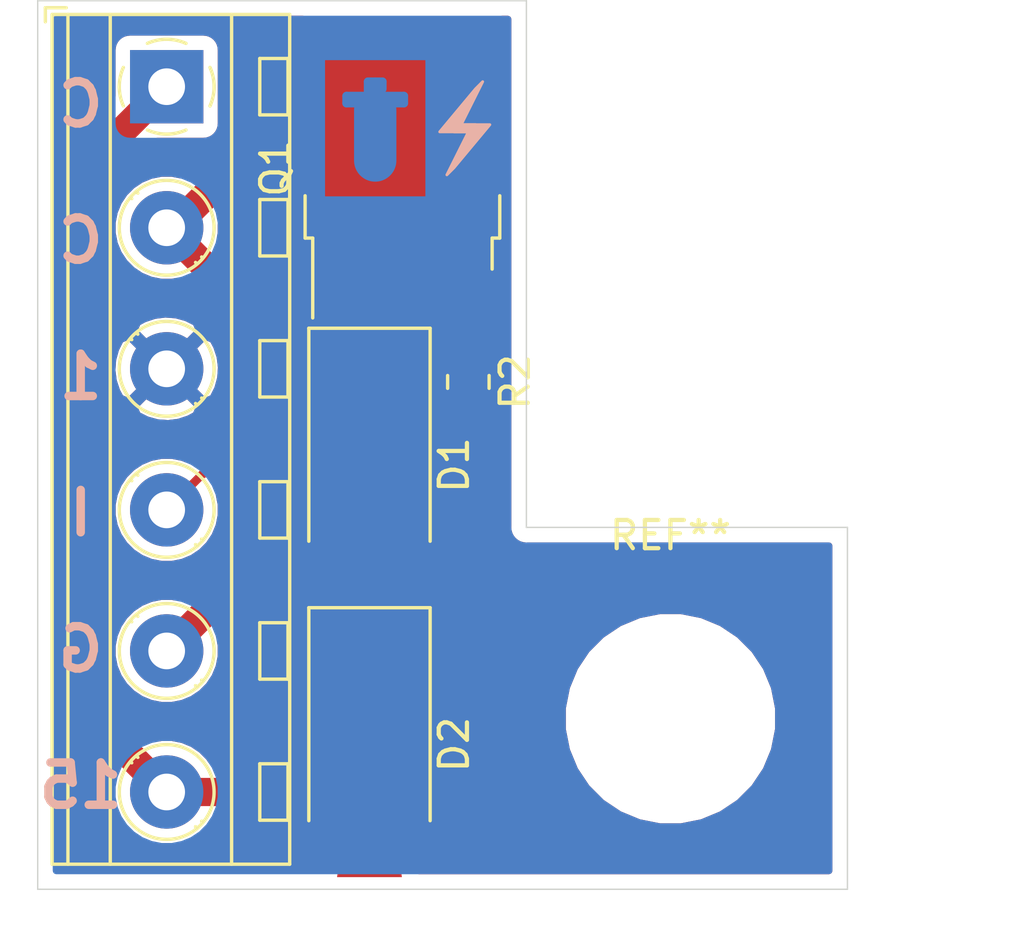
<source format=kicad_pcb>
(kicad_pcb (version 20171130) (host pcbnew 5.1.9+dfsg1-1+deb11u1)

  (general
    (thickness 1.6)
    (drawings 9)
    (tracks 28)
    (zones 0)
    (modules 6)
    (nets 7)
  )

  (page A4)
  (layers
    (0 F.Cu signal)
    (31 B.Cu signal)
    (32 B.Adhes user)
    (33 F.Adhes user)
    (34 B.Paste user)
    (35 F.Paste user)
    (36 B.SilkS user)
    (37 F.SilkS user)
    (38 B.Mask user)
    (39 F.Mask user)
    (40 Dwgs.User user)
    (41 Cmts.User user)
    (42 Eco1.User user)
    (43 Eco2.User user)
    (44 Edge.Cuts user)
    (45 Margin user)
    (46 B.CrtYd user)
    (47 F.CrtYd user)
    (48 B.Fab user)
    (49 F.Fab user)
  )

  (setup
    (last_trace_width 1)
    (trace_clearance 0.2)
    (zone_clearance 0.508)
    (zone_45_only no)
    (trace_min 0.2)
    (via_size 0.8)
    (via_drill 0.4)
    (via_min_size 0.4)
    (via_min_drill 0.3)
    (uvia_size 0.3)
    (uvia_drill 0.1)
    (uvias_allowed no)
    (uvia_min_size 0.2)
    (uvia_min_drill 0.1)
    (edge_width 0.05)
    (segment_width 0.2)
    (pcb_text_width 0.3)
    (pcb_text_size 1.5 1.5)
    (mod_edge_width 0.12)
    (mod_text_size 1 1)
    (mod_text_width 0.15)
    (pad_size 1.524 1.524)
    (pad_drill 0.762)
    (pad_to_mask_clearance 0)
    (aux_axis_origin 0 0)
    (visible_elements FFFFFF7F)
    (pcbplotparams
      (layerselection 0x010fc_ffffffff)
      (usegerberextensions true)
      (usegerberattributes true)
      (usegerberadvancedattributes false)
      (creategerberjobfile false)
      (excludeedgelayer true)
      (linewidth 0.100000)
      (plotframeref false)
      (viasonmask false)
      (mode 1)
      (useauxorigin false)
      (hpglpennumber 1)
      (hpglpenspeed 20)
      (hpglpendiameter 15.000000)
      (psnegative false)
      (psa4output false)
      (plotreference true)
      (plotvalue false)
      (plotinvisibletext false)
      (padsonsilk false)
      (subtractmaskfromsilk true)
      (outputformat 1)
      (mirror false)
      (drillshape 0)
      (scaleselection 1)
      (outputdirectory "gerber/"))
  )

  (net 0 "")
  (net 1 G)
  (net 2 C1)
  (net 3 15)
  (net 4 1)
  (net 5 I)
  (net 6 "Net-(Q1-Pad3)")

  (net_class Default "This is the default net class."
    (clearance 0.2)
    (trace_width 1)
    (via_dia 0.8)
    (via_drill 0.4)
    (uvia_dia 0.3)
    (uvia_drill 0.1)
    (add_net 1)
    (add_net 15)
    (add_net C1)
    (add_net G)
    (add_net I)
    (add_net "Net-(Q1-Pad3)")
  )

  (module MountingHole:MountingHole_6.4mm_M6_DIN965 (layer F.Cu) (tedit 56D1B4CB) (tstamp 65AFD49F)
    (at 113.8682 95.8088)
    (descr "Mounting Hole 6.4mm, no annular, M6, DIN965")
    (tags "mounting hole 6.4mm no annular m6 din965")
    (attr virtual)
    (fp_text reference REF** (at 0 -6.5) (layer F.SilkS)
      (effects (font (size 1 1) (thickness 0.15)))
    )
    (fp_text value MountingHole_6.4mm_M6_DIN965 (at 0 6.5) (layer F.Fab)
      (effects (font (size 1 1) (thickness 0.15)))
    )
    (fp_text user %R (at 0.3 0) (layer F.Fab)
      (effects (font (size 1 1) (thickness 0.15)))
    )
    (fp_circle (center 0 0) (end 5.5 0) (layer Cmts.User) (width 0.15))
    (fp_circle (center 0 0) (end 5.75 0) (layer F.CrtYd) (width 0.05))
    (pad 1 np_thru_hole circle (at 0 0) (size 6.4 6.4) (drill 6.4) (layers *.Cu *.Mask))
  )

  (module Diode_SMD:D_SMA-SMB_Universal_Handsoldering (layer F.Cu) (tedit 5864381A) (tstamp 65AFCD52)
    (at 103.2002 96.7232 270)
    (descr "Diode, Universal, SMA (DO-214AC) or SMB (DO-214AA), Handsoldering,")
    (tags "Diode Universal SMA (DO-214AC) SMB (DO-214AA) Handsoldering ")
    (path /65578760)
    (attr smd)
    (fp_text reference D2 (at 0 -3 90) (layer F.SilkS)
      (effects (font (size 1 1) (thickness 0.15)))
    )
    (fp_text value 1N4007 (at 0 3.1 90) (layer F.Fab)
      (effects (font (size 1 1) (thickness 0.15)))
    )
    (fp_text user %R (at 0 -3 90) (layer F.Fab)
      (effects (font (size 1 1) (thickness 0.15)))
    )
    (fp_line (start -4.85 -2.15) (end -4.85 2.15) (layer F.SilkS) (width 0.12))
    (fp_line (start 2.3 2) (end -2.3 2) (layer F.Fab) (width 0.1))
    (fp_line (start -2.3 2) (end -2.3 -2) (layer F.Fab) (width 0.1))
    (fp_line (start 2.3 -2) (end 2.3 2) (layer F.Fab) (width 0.1))
    (fp_line (start 2.3 -2) (end -2.3 -2) (layer F.Fab) (width 0.1))
    (fp_line (start 2.3 1.5) (end -2.3 1.5) (layer F.Fab) (width 0.1))
    (fp_line (start -2.3 1.5) (end -2.3 -1.5) (layer F.Fab) (width 0.1))
    (fp_line (start 2.3 -1.5) (end 2.3 1.5) (layer F.Fab) (width 0.1))
    (fp_line (start 2.3 -1.5) (end -2.3 -1.5) (layer F.Fab) (width 0.1))
    (fp_line (start -4.95 -2.25) (end 4.95 -2.25) (layer F.CrtYd) (width 0.05))
    (fp_line (start 4.95 -2.25) (end 4.95 2.25) (layer F.CrtYd) (width 0.05))
    (fp_line (start 4.95 2.25) (end -4.95 2.25) (layer F.CrtYd) (width 0.05))
    (fp_line (start -4.95 2.25) (end -4.95 -2.25) (layer F.CrtYd) (width 0.05))
    (fp_line (start -0.64944 0.00102) (end -1.55114 0.00102) (layer F.Fab) (width 0.1))
    (fp_line (start 0.50118 0.00102) (end 1.4994 0.00102) (layer F.Fab) (width 0.1))
    (fp_line (start -0.64944 -0.79908) (end -0.64944 0.80112) (layer F.Fab) (width 0.1))
    (fp_line (start 0.50118 0.75032) (end 0.50118 -0.79908) (layer F.Fab) (width 0.1))
    (fp_line (start -0.64944 0.00102) (end 0.50118 0.75032) (layer F.Fab) (width 0.1))
    (fp_line (start -0.64944 0.00102) (end 0.50118 -0.79908) (layer F.Fab) (width 0.1))
    (fp_line (start -4.85 2.15) (end 2.7 2.15) (layer F.SilkS) (width 0.12))
    (fp_line (start -4.85 -2.15) (end 2.7 -2.15) (layer F.SilkS) (width 0.12))
    (pad 2 smd trapezoid (at 2.9 0 90) (size 3.6 1.7) (rect_delta 0.6 0 ) (layers F.Cu F.Paste F.Mask)
      (net 3 15))
    (pad 1 smd trapezoid (at -2.9 0 270) (size 3.6 1.7) (rect_delta 0.6 0 ) (layers F.Cu F.Paste F.Mask)
      (net 4 1))
    (model ${KISYS3DMOD}/Diode_SMD.3dshapes/D_SMB.wrl
      (at (xyz 0 0 0))
      (scale (xyz 1 1 1))
      (rotate (xyz 0 0 0))
    )
  )

  (module Diode_SMD:D_SMA-SMB_Universal_Handsoldering (layer F.Cu) (tedit 5864381A) (tstamp 65AFCD36)
    (at 103.2002 86.8172 270)
    (descr "Diode, Universal, SMA (DO-214AC) or SMB (DO-214AA), Handsoldering,")
    (tags "Diode Universal SMA (DO-214AC) SMB (DO-214AA) Handsoldering ")
    (path /65577FF0)
    (attr smd)
    (fp_text reference D1 (at 0 -3 90) (layer F.SilkS)
      (effects (font (size 1 1) (thickness 0.15)))
    )
    (fp_text value 1N4007 (at 0 3.1 90) (layer F.Fab)
      (effects (font (size 1 1) (thickness 0.15)))
    )
    (fp_text user %R (at 0 -3 90) (layer F.Fab)
      (effects (font (size 1 1) (thickness 0.15)))
    )
    (fp_line (start -4.85 -2.15) (end -4.85 2.15) (layer F.SilkS) (width 0.12))
    (fp_line (start 2.3 2) (end -2.3 2) (layer F.Fab) (width 0.1))
    (fp_line (start -2.3 2) (end -2.3 -2) (layer F.Fab) (width 0.1))
    (fp_line (start 2.3 -2) (end 2.3 2) (layer F.Fab) (width 0.1))
    (fp_line (start 2.3 -2) (end -2.3 -2) (layer F.Fab) (width 0.1))
    (fp_line (start 2.3 1.5) (end -2.3 1.5) (layer F.Fab) (width 0.1))
    (fp_line (start -2.3 1.5) (end -2.3 -1.5) (layer F.Fab) (width 0.1))
    (fp_line (start 2.3 -1.5) (end 2.3 1.5) (layer F.Fab) (width 0.1))
    (fp_line (start 2.3 -1.5) (end -2.3 -1.5) (layer F.Fab) (width 0.1))
    (fp_line (start -4.95 -2.25) (end 4.95 -2.25) (layer F.CrtYd) (width 0.05))
    (fp_line (start 4.95 -2.25) (end 4.95 2.25) (layer F.CrtYd) (width 0.05))
    (fp_line (start 4.95 2.25) (end -4.95 2.25) (layer F.CrtYd) (width 0.05))
    (fp_line (start -4.95 2.25) (end -4.95 -2.25) (layer F.CrtYd) (width 0.05))
    (fp_line (start -0.64944 0.00102) (end -1.55114 0.00102) (layer F.Fab) (width 0.1))
    (fp_line (start 0.50118 0.00102) (end 1.4994 0.00102) (layer F.Fab) (width 0.1))
    (fp_line (start -0.64944 -0.79908) (end -0.64944 0.80112) (layer F.Fab) (width 0.1))
    (fp_line (start 0.50118 0.75032) (end 0.50118 -0.79908) (layer F.Fab) (width 0.1))
    (fp_line (start -0.64944 0.00102) (end 0.50118 0.75032) (layer F.Fab) (width 0.1))
    (fp_line (start -0.64944 0.00102) (end 0.50118 -0.79908) (layer F.Fab) (width 0.1))
    (fp_line (start -4.85 2.15) (end 2.7 2.15) (layer F.SilkS) (width 0.12))
    (fp_line (start -4.85 -2.15) (end 2.7 -2.15) (layer F.SilkS) (width 0.12))
    (pad 2 smd trapezoid (at 2.9 0 90) (size 3.6 1.7) (rect_delta 0.6 0 ) (layers F.Cu F.Paste F.Mask)
      (net 1 G))
    (pad 1 smd trapezoid (at -2.9 0 270) (size 3.6 1.7) (rect_delta 0.6 0 ) (layers F.Cu F.Paste F.Mask)
      (net 2 C1))
    (model ${KISYS3DMOD}/Diode_SMD.3dshapes/D_SMB.wrl
      (at (xyz 0 0 0))
      (scale (xyz 1 1 1))
      (rotate (xyz 0 0 0))
    )
  )

  (module Resistor_SMD:R_0805_2012Metric_Pad1.20x1.40mm_HandSolder (layer F.Cu) (tedit 5F68FEEE) (tstamp 65AFBC1A)
    (at 106.7054 83.8708 270)
    (descr "Resistor SMD 0805 (2012 Metric), square (rectangular) end terminal, IPC_7351 nominal with elongated pad for handsoldering. (Body size source: IPC-SM-782 page 72, https://www.pcb-3d.com/wordpress/wp-content/uploads/ipc-sm-782a_amendment_1_and_2.pdf), generated with kicad-footprint-generator")
    (tags "resistor handsolder")
    (path /65582F30)
    (attr smd)
    (fp_text reference R2 (at 0 -1.65 90) (layer F.SilkS)
      (effects (font (size 1 1) (thickness 0.15)))
    )
    (fp_text value 180R (at 0 1.65 90) (layer F.Fab)
      (effects (font (size 1 1) (thickness 0.15)))
    )
    (fp_text user %R (at 0 0 90) (layer F.Fab)
      (effects (font (size 0.5 0.5) (thickness 0.08)))
    )
    (fp_line (start -1 0.625) (end -1 -0.625) (layer F.Fab) (width 0.1))
    (fp_line (start -1 -0.625) (end 1 -0.625) (layer F.Fab) (width 0.1))
    (fp_line (start 1 -0.625) (end 1 0.625) (layer F.Fab) (width 0.1))
    (fp_line (start 1 0.625) (end -1 0.625) (layer F.Fab) (width 0.1))
    (fp_line (start -0.227064 -0.735) (end 0.227064 -0.735) (layer F.SilkS) (width 0.12))
    (fp_line (start -0.227064 0.735) (end 0.227064 0.735) (layer F.SilkS) (width 0.12))
    (fp_line (start -1.85 0.95) (end -1.85 -0.95) (layer F.CrtYd) (width 0.05))
    (fp_line (start -1.85 -0.95) (end 1.85 -0.95) (layer F.CrtYd) (width 0.05))
    (fp_line (start 1.85 -0.95) (end 1.85 0.95) (layer F.CrtYd) (width 0.05))
    (fp_line (start 1.85 0.95) (end -1.85 0.95) (layer F.CrtYd) (width 0.05))
    (pad 2 smd roundrect (at 1 0 270) (size 1.2 1.4) (layers F.Cu F.Paste F.Mask) (roundrect_rratio 0.208333)
      (net 5 I))
    (pad 1 smd roundrect (at -1 0 270) (size 1.2 1.4) (layers F.Cu F.Paste F.Mask) (roundrect_rratio 0.208333)
      (net 6 "Net-(Q1-Pad3)"))
    (model ${KISYS3DMOD}/Resistor_SMD.3dshapes/R_0805_2012Metric.wrl
      (at (xyz 0 0 0))
      (scale (xyz 1 1 1))
      (rotate (xyz 0 0 0))
    )
  )

  (module Package_TO_SOT_SMD:TO-252-2 (layer F.Cu) (tedit 5A70A390) (tstamp 65AFBBA3)
    (at 104.3686 76.3016 90)
    (descr "TO-252 / DPAK SMD package, http://www.infineon.com/cms/en/product/packages/PG-TO252/PG-TO252-3-1/")
    (tags "DPAK TO-252 DPAK-3 TO-252-3 SOT-428")
    (path /65580919)
    (attr smd)
    (fp_text reference Q1 (at 0 -4.5 90) (layer F.SilkS)
      (effects (font (size 1 1) (thickness 0.15)))
    )
    (fp_text value BT151 (at 0 4.5 90) (layer F.Fab)
      (effects (font (size 1 1) (thickness 0.15)))
    )
    (fp_text user %R (at 0 0 90) (layer F.Fab)
      (effects (font (size 1 1) (thickness 0.15)))
    )
    (fp_line (start 3.95 -2.7) (end 4.95 -2.7) (layer F.Fab) (width 0.1))
    (fp_line (start 4.95 -2.7) (end 4.95 2.7) (layer F.Fab) (width 0.1))
    (fp_line (start 4.95 2.7) (end 3.95 2.7) (layer F.Fab) (width 0.1))
    (fp_line (start 3.95 -3.25) (end 3.95 3.25) (layer F.Fab) (width 0.1))
    (fp_line (start 3.95 3.25) (end -2.27 3.25) (layer F.Fab) (width 0.1))
    (fp_line (start -2.27 3.25) (end -2.27 -2.25) (layer F.Fab) (width 0.1))
    (fp_line (start -2.27 -2.25) (end -1.27 -3.25) (layer F.Fab) (width 0.1))
    (fp_line (start -1.27 -3.25) (end 3.95 -3.25) (layer F.Fab) (width 0.1))
    (fp_line (start -1.865 -2.655) (end -4.97 -2.655) (layer F.Fab) (width 0.1))
    (fp_line (start -4.97 -2.655) (end -4.97 -1.905) (layer F.Fab) (width 0.1))
    (fp_line (start -4.97 -1.905) (end -2.27 -1.905) (layer F.Fab) (width 0.1))
    (fp_line (start -2.27 1.905) (end -4.97 1.905) (layer F.Fab) (width 0.1))
    (fp_line (start -4.97 1.905) (end -4.97 2.655) (layer F.Fab) (width 0.1))
    (fp_line (start -4.97 2.655) (end -2.27 2.655) (layer F.Fab) (width 0.1))
    (fp_line (start -0.97 -3.45) (end -2.47 -3.45) (layer F.SilkS) (width 0.12))
    (fp_line (start -2.47 -3.45) (end -2.47 -3.18) (layer F.SilkS) (width 0.12))
    (fp_line (start -2.47 -3.18) (end -5.3 -3.18) (layer F.SilkS) (width 0.12))
    (fp_line (start -0.97 3.45) (end -2.47 3.45) (layer F.SilkS) (width 0.12))
    (fp_line (start -2.47 3.45) (end -2.47 3.18) (layer F.SilkS) (width 0.12))
    (fp_line (start -2.47 3.18) (end -3.57 3.18) (layer F.SilkS) (width 0.12))
    (fp_line (start -5.55 -3.5) (end -5.55 3.5) (layer F.CrtYd) (width 0.05))
    (fp_line (start -5.55 3.5) (end 5.55 3.5) (layer F.CrtYd) (width 0.05))
    (fp_line (start 5.55 3.5) (end 5.55 -3.5) (layer F.CrtYd) (width 0.05))
    (fp_line (start 5.55 -3.5) (end -5.55 -3.5) (layer F.CrtYd) (width 0.05))
    (pad "" smd rect (at 0.425 1.525 90) (size 3.05 2.75) (layers F.Paste))
    (pad "" smd rect (at 3.775 -1.525 90) (size 3.05 2.75) (layers F.Paste))
    (pad "" smd rect (at 0.425 -1.525 90) (size 3.05 2.75) (layers F.Paste))
    (pad "" smd rect (at 3.775 1.525 90) (size 3.05 2.75) (layers F.Paste))
    (pad 2 smd rect (at 2.1 0 90) (size 6.4 5.8) (layers F.Cu F.Mask)
      (net 2 C1))
    (pad 3 smd rect (at -4.2 2.28 90) (size 2.2 1.2) (layers F.Cu F.Paste F.Mask)
      (net 6 "Net-(Q1-Pad3)"))
    (pad 1 smd rect (at -4.2 -2.28 90) (size 2.2 1.2) (layers F.Cu F.Paste F.Mask)
      (net 4 1))
    (model ${KISYS3DMOD}/Package_TO_SOT_SMD.3dshapes/TO-252-2.wrl
      (at (xyz 0 0 0))
      (scale (xyz 1 1 1))
      (rotate (xyz 0 0 0))
    )
  )

  (module TerminalBlock_MetzConnect:TerminalBlock_MetzConnect_Type094_RT03506HBLU_1x06_P5.00mm_Horizontal (layer F.Cu) (tedit 5B294E9E) (tstamp 6557CE34)
    (at 96.012 73.406 270)
    (descr "terminal block Metz Connect Type094_RT03506HBLU, 6 pins, pitch 5mm, size 30x8.3mm^2, drill diamater 1.3mm, pad diameter 2.6mm, see http://www.metz-connect.com/ru/system/files/productfiles/Data_sheet_310941_RT035xxHBLU_OFF-022742T.pdf, script-generated using https://github.com/pointhi/kicad-footprint-generator/scripts/TerminalBlock_MetzConnect")
    (tags "THT terminal block Metz Connect Type094_RT03506HBLU pitch 5mm size 30x8.3mm^2 drill 1.3mm pad 2.6mm")
    (path /6557BBE2)
    (fp_text reference J1 (at 12.5 -5.36 90) (layer F.SilkS) hide
      (effects (font (size 1 1) (thickness 0.15)))
    )
    (fp_text value Screw_Terminal_01x06 (at 12.5 5.06 90) (layer F.Fab)
      (effects (font (size 1 1) (thickness 0.15)))
    )
    (fp_line (start 28 -4.81) (end -3 -4.81) (layer F.CrtYd) (width 0.05))
    (fp_line (start 28 4.5) (end 28 -4.81) (layer F.CrtYd) (width 0.05))
    (fp_line (start -3 4.5) (end 28 4.5) (layer F.CrtYd) (width 0.05))
    (fp_line (start -3 -4.81) (end -3 4.5) (layer F.CrtYd) (width 0.05))
    (fp_line (start -2.8 4.3) (end -2.3 4.3) (layer F.SilkS) (width 0.12))
    (fp_line (start -2.8 3.56) (end -2.8 4.3) (layer F.SilkS) (width 0.12))
    (fp_line (start 26 -4.3) (end 26 -3.3) (layer F.SilkS) (width 0.12))
    (fp_line (start 24 -4.3) (end 24 -3.3) (layer F.SilkS) (width 0.12))
    (fp_line (start 24 -3.3) (end 26 -3.3) (layer F.SilkS) (width 0.12))
    (fp_line (start 24 -4.3) (end 26 -4.3) (layer F.SilkS) (width 0.12))
    (fp_line (start 26 -4.3) (end 24 -4.3) (layer F.Fab) (width 0.1))
    (fp_line (start 26 -3.3) (end 26 -4.3) (layer F.Fab) (width 0.1))
    (fp_line (start 24 -3.3) (end 26 -3.3) (layer F.Fab) (width 0.1))
    (fp_line (start 24 -4.3) (end 24 -3.3) (layer F.Fab) (width 0.1))
    (fp_line (start 23.773 1.023) (end 23.726 1.069) (layer F.SilkS) (width 0.12))
    (fp_line (start 26.07 -1.275) (end 26.035 -1.239) (layer F.SilkS) (width 0.12))
    (fp_line (start 23.966 1.239) (end 23.931 1.274) (layer F.SilkS) (width 0.12))
    (fp_line (start 26.275 -1.069) (end 26.228 -1.023) (layer F.SilkS) (width 0.12))
    (fp_line (start 25.955 -1.138) (end 23.863 0.955) (layer F.Fab) (width 0.1))
    (fp_line (start 26.138 -0.955) (end 24.046 1.138) (layer F.Fab) (width 0.1))
    (fp_line (start 21 -4.3) (end 21 -3.3) (layer F.SilkS) (width 0.12))
    (fp_line (start 19 -4.3) (end 19 -3.3) (layer F.SilkS) (width 0.12))
    (fp_line (start 19 -3.3) (end 21 -3.3) (layer F.SilkS) (width 0.12))
    (fp_line (start 19 -4.3) (end 21 -4.3) (layer F.SilkS) (width 0.12))
    (fp_line (start 21 -4.3) (end 19 -4.3) (layer F.Fab) (width 0.1))
    (fp_line (start 21 -3.3) (end 21 -4.3) (layer F.Fab) (width 0.1))
    (fp_line (start 19 -3.3) (end 21 -3.3) (layer F.Fab) (width 0.1))
    (fp_line (start 19 -4.3) (end 19 -3.3) (layer F.Fab) (width 0.1))
    (fp_line (start 18.773 1.023) (end 18.726 1.069) (layer F.SilkS) (width 0.12))
    (fp_line (start 21.07 -1.275) (end 21.035 -1.239) (layer F.SilkS) (width 0.12))
    (fp_line (start 18.966 1.239) (end 18.931 1.274) (layer F.SilkS) (width 0.12))
    (fp_line (start 21.275 -1.069) (end 21.228 -1.023) (layer F.SilkS) (width 0.12))
    (fp_line (start 20.955 -1.138) (end 18.863 0.955) (layer F.Fab) (width 0.1))
    (fp_line (start 21.138 -0.955) (end 19.046 1.138) (layer F.Fab) (width 0.1))
    (fp_line (start 16 -4.3) (end 16 -3.3) (layer F.SilkS) (width 0.12))
    (fp_line (start 14 -4.3) (end 14 -3.3) (layer F.SilkS) (width 0.12))
    (fp_line (start 14 -3.3) (end 16 -3.3) (layer F.SilkS) (width 0.12))
    (fp_line (start 14 -4.3) (end 16 -4.3) (layer F.SilkS) (width 0.12))
    (fp_line (start 16 -4.3) (end 14 -4.3) (layer F.Fab) (width 0.1))
    (fp_line (start 16 -3.3) (end 16 -4.3) (layer F.Fab) (width 0.1))
    (fp_line (start 14 -3.3) (end 16 -3.3) (layer F.Fab) (width 0.1))
    (fp_line (start 14 -4.3) (end 14 -3.3) (layer F.Fab) (width 0.1))
    (fp_line (start 13.773 1.023) (end 13.726 1.069) (layer F.SilkS) (width 0.12))
    (fp_line (start 16.07 -1.275) (end 16.035 -1.239) (layer F.SilkS) (width 0.12))
    (fp_line (start 13.966 1.239) (end 13.931 1.274) (layer F.SilkS) (width 0.12))
    (fp_line (start 16.275 -1.069) (end 16.228 -1.023) (layer F.SilkS) (width 0.12))
    (fp_line (start 15.955 -1.138) (end 13.863 0.955) (layer F.Fab) (width 0.1))
    (fp_line (start 16.138 -0.955) (end 14.046 1.138) (layer F.Fab) (width 0.1))
    (fp_line (start 11 -4.3) (end 11 -3.3) (layer F.SilkS) (width 0.12))
    (fp_line (start 9 -4.3) (end 9 -3.3) (layer F.SilkS) (width 0.12))
    (fp_line (start 9 -3.3) (end 11 -3.3) (layer F.SilkS) (width 0.12))
    (fp_line (start 9 -4.3) (end 11 -4.3) (layer F.SilkS) (width 0.12))
    (fp_line (start 11 -4.3) (end 9 -4.3) (layer F.Fab) (width 0.1))
    (fp_line (start 11 -3.3) (end 11 -4.3) (layer F.Fab) (width 0.1))
    (fp_line (start 9 -3.3) (end 11 -3.3) (layer F.Fab) (width 0.1))
    (fp_line (start 9 -4.3) (end 9 -3.3) (layer F.Fab) (width 0.1))
    (fp_line (start 8.773 1.023) (end 8.726 1.069) (layer F.SilkS) (width 0.12))
    (fp_line (start 11.07 -1.275) (end 11.035 -1.239) (layer F.SilkS) (width 0.12))
    (fp_line (start 8.966 1.239) (end 8.931 1.274) (layer F.SilkS) (width 0.12))
    (fp_line (start 11.275 -1.069) (end 11.228 -1.023) (layer F.SilkS) (width 0.12))
    (fp_line (start 10.955 -1.138) (end 8.863 0.955) (layer F.Fab) (width 0.1))
    (fp_line (start 11.138 -0.955) (end 9.046 1.138) (layer F.Fab) (width 0.1))
    (fp_line (start 6 -4.3) (end 6 -3.3) (layer F.SilkS) (width 0.12))
    (fp_line (start 4 -4.3) (end 4 -3.3) (layer F.SilkS) (width 0.12))
    (fp_line (start 4 -3.3) (end 6 -3.3) (layer F.SilkS) (width 0.12))
    (fp_line (start 4 -4.3) (end 6 -4.3) (layer F.SilkS) (width 0.12))
    (fp_line (start 6 -4.3) (end 4 -4.3) (layer F.Fab) (width 0.1))
    (fp_line (start 6 -3.3) (end 6 -4.3) (layer F.Fab) (width 0.1))
    (fp_line (start 4 -3.3) (end 6 -3.3) (layer F.Fab) (width 0.1))
    (fp_line (start 4 -4.3) (end 4 -3.3) (layer F.Fab) (width 0.1))
    (fp_line (start 3.773 1.023) (end 3.726 1.069) (layer F.SilkS) (width 0.12))
    (fp_line (start 6.07 -1.275) (end 6.035 -1.239) (layer F.SilkS) (width 0.12))
    (fp_line (start 3.966 1.239) (end 3.931 1.274) (layer F.SilkS) (width 0.12))
    (fp_line (start 6.275 -1.069) (end 6.228 -1.023) (layer F.SilkS) (width 0.12))
    (fp_line (start 5.955 -1.138) (end 3.863 0.955) (layer F.Fab) (width 0.1))
    (fp_line (start 6.138 -0.955) (end 4.046 1.138) (layer F.Fab) (width 0.1))
    (fp_line (start 1 -4.3) (end 1 -3.3) (layer F.SilkS) (width 0.12))
    (fp_line (start -1 -4.3) (end -1 -3.3) (layer F.SilkS) (width 0.12))
    (fp_line (start -1 -3.3) (end 1 -3.3) (layer F.SilkS) (width 0.12))
    (fp_line (start -1 -4.3) (end 1 -4.3) (layer F.SilkS) (width 0.12))
    (fp_line (start 1 -4.3) (end -1 -4.3) (layer F.Fab) (width 0.1))
    (fp_line (start 1 -3.3) (end 1 -4.3) (layer F.Fab) (width 0.1))
    (fp_line (start -1 -3.3) (end 1 -3.3) (layer F.Fab) (width 0.1))
    (fp_line (start -1 -4.3) (end -1 -3.3) (layer F.Fab) (width 0.1))
    (fp_line (start 0.955 -1.138) (end -1.138 0.955) (layer F.Fab) (width 0.1))
    (fp_line (start 1.138 -0.955) (end -0.955 1.138) (layer F.Fab) (width 0.1))
    (fp_line (start 27.56 -4.36) (end 27.56 4.06) (layer F.SilkS) (width 0.12))
    (fp_line (start -2.56 -4.36) (end -2.56 4.06) (layer F.SilkS) (width 0.12))
    (fp_line (start -2.56 4.06) (end 27.56 4.06) (layer F.SilkS) (width 0.12))
    (fp_line (start -2.56 -4.36) (end 27.56 -4.36) (layer F.SilkS) (width 0.12))
    (fp_line (start -2.56 -2.301) (end 27.56 -2.301) (layer F.SilkS) (width 0.12))
    (fp_line (start -2.5 -2.3) (end 27.5 -2.3) (layer F.Fab) (width 0.1))
    (fp_line (start -2.56 2) (end 27.56 2) (layer F.SilkS) (width 0.12))
    (fp_line (start -2.5 2) (end 27.5 2) (layer F.Fab) (width 0.1))
    (fp_line (start -2.56 3.5) (end 27.56 3.5) (layer F.SilkS) (width 0.12))
    (fp_line (start -2.5 3.5) (end 27.5 3.5) (layer F.Fab) (width 0.1))
    (fp_line (start -2.5 3.5) (end -2.5 -4.3) (layer F.Fab) (width 0.1))
    (fp_line (start -2 4) (end -2.5 3.5) (layer F.Fab) (width 0.1))
    (fp_line (start 27.5 4) (end -2 4) (layer F.Fab) (width 0.1))
    (fp_line (start 27.5 -4.3) (end 27.5 4) (layer F.Fab) (width 0.1))
    (fp_line (start -2.5 -4.3) (end 27.5 -4.3) (layer F.Fab) (width 0.1))
    (fp_circle (center 25 0) (end 26.68 0) (layer F.SilkS) (width 0.12))
    (fp_circle (center 25 0) (end 26.5 0) (layer F.Fab) (width 0.1))
    (fp_circle (center 20 0) (end 21.68 0) (layer F.SilkS) (width 0.12))
    (fp_circle (center 20 0) (end 21.5 0) (layer F.Fab) (width 0.1))
    (fp_circle (center 15 0) (end 16.68 0) (layer F.SilkS) (width 0.12))
    (fp_circle (center 15 0) (end 16.5 0) (layer F.Fab) (width 0.1))
    (fp_circle (center 10 0) (end 11.68 0) (layer F.SilkS) (width 0.12))
    (fp_circle (center 10 0) (end 11.5 0) (layer F.Fab) (width 0.1))
    (fp_circle (center 5 0) (end 6.68 0) (layer F.SilkS) (width 0.12))
    (fp_circle (center 5 0) (end 6.5 0) (layer F.Fab) (width 0.1))
    (fp_circle (center 0 0) (end 1.5 0) (layer F.Fab) (width 0.1))
    (fp_text user %R (at 12.5 2.75 90) (layer F.Fab)
      (effects (font (size 1 1) (thickness 0.15)))
    )
    (fp_arc (start 0 0) (end -0.684 1.535) (angle -25) (layer F.SilkS) (width 0.12))
    (fp_arc (start 0 0) (end -1.535 -0.684) (angle -48) (layer F.SilkS) (width 0.12))
    (fp_arc (start 0 0) (end 0.684 -1.535) (angle -48) (layer F.SilkS) (width 0.12))
    (fp_arc (start 0 0) (end 1.535 0.684) (angle -48) (layer F.SilkS) (width 0.12))
    (fp_arc (start 0 0) (end 0 1.68) (angle -24) (layer F.SilkS) (width 0.12))
    (pad 6 thru_hole circle (at 25 0 270) (size 2.6 2.6) (drill 1.3) (layers *.Cu *.Mask)
      (net 3 15))
    (pad 5 thru_hole circle (at 20 0 270) (size 2.6 2.6) (drill 1.3) (layers *.Cu *.Mask)
      (net 1 G))
    (pad 4 thru_hole circle (at 15 0 270) (size 2.6 2.6) (drill 1.3) (layers *.Cu *.Mask)
      (net 5 I))
    (pad 3 thru_hole circle (at 10 0 270) (size 2.6 2.6) (drill 1.3) (layers *.Cu *.Mask)
      (net 4 1))
    (pad 2 thru_hole circle (at 5 0 270) (size 2.6 2.6) (drill 1.3) (layers *.Cu *.Mask)
      (net 2 C1))
    (pad 1 thru_hole rect (at 0 0 270) (size 2.6 2.6) (drill 1.3) (layers *.Cu *.Mask)
      (net 3 15))
    (model ${KISYS3DMOD}/TerminalBlock_MetzConnect.3dshapes/TerminalBlock_MetzConnect_Type094_RT03506HBLU_1x06_P5.00mm_Horizontal.wrl
      (at (xyz 0 0 0))
      (scale (xyz 1 1 1))
      (rotate (xyz 0 0 0))
    )
  )

  (gr_line (start 108.7628 89.027) (end 120.142 89.027) (layer Edge.Cuts) (width 0.05))
  (gr_line (start 108.7628 70.358) (end 108.7628 89.027) (layer Edge.Cuts) (width 0.05))
  (gr_poly (pts (xy 106.7054 75.0062) (xy 106.1974 75.0062) (xy 106.1974 74.7522) (xy 107.4674 74.7522) (xy 106.1974 76.2762) (xy 105.9434 76.5302)) (layer B.SilkS) (width 0.1) (tstamp 6557ECED))
  (gr_poly (pts (xy 106.4514 74.7522) (xy 106.9594 74.7522) (xy 106.9594 75.0062) (xy 105.6894 75.0062) (xy 106.9594 73.4822) (xy 107.2134 73.2282)) (layer B.SilkS) (width 0.1))
  (gr_text "C\n\nC\n\n1\n\nI\n\nG\n\n15\n" (at 92.964 86.106) (layer B.SilkS)
    (effects (font (size 1.5 1.5) (thickness 0.3)) (justify mirror))
  )
  (gr_line (start 91.44 101.854) (end 91.44 70.358) (layer Edge.Cuts) (width 0.05) (tstamp 6557E06C))
  (gr_line (start 120.142 101.854) (end 91.44 101.854) (layer Edge.Cuts) (width 0.05))
  (gr_line (start 120.142 89.027) (end 120.142 101.854) (layer Edge.Cuts) (width 0.05))
  (gr_line (start 91.44 70.358) (end 108.7628 70.358) (layer Edge.Cuts) (width 0.05))

  (segment (start 103.4034 76.0222) (end 103.4034 74.2442) (width 1.5) (layer B.Cu) (net 0))
  (segment (start 102.3874 73.9902) (end 104.4194 73.9902) (width 0.3) (layer B.Cu) (net 0))
  (segment (start 104.4194 73.7362) (end 104.4194 73.9902) (width 0.3) (layer B.Cu) (net 0))
  (segment (start 102.3874 73.7362) (end 102.3874 73.9902) (width 0.3) (layer B.Cu) (net 0))
  (segment (start 103.1494 73.7362) (end 103.1494 73.2282) (width 0.3) (layer B.Cu) (net 0))
  (segment (start 104.4194 73.7362) (end 103.1494 73.7362) (width 0.3) (layer B.Cu) (net 0))
  (segment (start 103.1494 73.7362) (end 102.3874 73.7362) (width 0.3) (layer B.Cu) (net 0))
  (segment (start 103.6574 73.2282) (end 103.6574 73.4822) (width 0.3) (layer B.Cu) (net 0))
  (segment (start 103.4034 73.4822) (end 103.4034 73.2282) (width 0.3) (layer B.Cu) (net 0))
  (segment (start 103.4034 73.2282) (end 103.6574 73.2282) (width 0.3) (layer B.Cu) (net 0))
  (segment (start 103.1494 73.2282) (end 103.4034 73.2282) (width 0.3) (layer B.Cu) (net 0))
  (segment (start 99.7008 89.7172) (end 96.012 93.406) (width 1) (layer F.Cu) (net 1))
  (segment (start 103.2002 89.7172) (end 99.7008 89.7172) (width 1) (layer F.Cu) (net 1))
  (segment (start 96.012 78.406) (end 96.012 78.6384) (width 1) (layer F.Cu) (net 2))
  (segment (start 100.4488 74.2016) (end 104.3686 74.2016) (width 1) (layer F.Cu) (net 2))
  (segment (start 96.012 78.6384) (end 100.4488 74.2016) (width 1) (layer F.Cu) (net 2))
  (segment (start 101.5232 83.9172) (end 103.2002 83.9172) (width 1) (layer F.Cu) (net 2))
  (segment (start 96.012 78.406) (end 101.5232 83.9172) (width 1) (layer F.Cu) (net 2))
  (segment (start 101.983 98.406) (end 103.2002 99.6232) (width 1) (layer F.Cu) (net 3))
  (segment (start 96.012 98.406) (end 101.983 98.406) (width 1) (layer F.Cu) (net 3))
  (segment (start 96.012 98.406) (end 92.6084 95.0024) (width 1) (layer F.Cu) (net 3))
  (segment (start 92.6084 76.8096) (end 96.012 73.406) (width 1) (layer F.Cu) (net 3))
  (segment (start 92.6084 95.0024) (end 92.6084 76.8096) (width 1) (layer F.Cu) (net 3))
  (segment (start 104.470199 87.106001) (end 106.7054 84.8708) (width 0.3) (layer F.Cu) (net 5))
  (segment (start 97.311999 87.106001) (end 104.470199 87.106001) (width 0.3) (layer F.Cu) (net 5))
  (segment (start 96.012 88.406) (end 97.311999 87.106001) (width 0.3) (layer F.Cu) (net 5))
  (segment (start 106.6486 82.814) (end 106.7054 82.8708) (width 0.3) (layer F.Cu) (net 6))
  (segment (start 106.6486 80.5016) (end 106.6486 82.814) (width 0.3) (layer F.Cu) (net 6))

  (zone (net 4) (net_name 1) (layer F.Cu) (tstamp 6557EFB8) (hatch edge 0.508)
    (connect_pads (clearance 0.508))
    (min_thickness 0.254)
    (fill yes (arc_segments 32) (thermal_gap 0.508) (thermal_bridge_width 0.508))
    (polygon
      (pts
        (xy 120.142 101.854) (xy 91.44 101.854) (xy 91.44 70.358) (xy 120.142 70.358)
      )
    )
    (filled_polygon
      (pts
        (xy 100.830528 73.0666) (xy 100.504552 73.0666) (xy 100.4488 73.061109) (xy 100.226301 73.083023) (xy 100.012353 73.147924)
        (xy 99.815177 73.253316) (xy 99.685656 73.359611) (xy 99.685654 73.359613) (xy 99.642351 73.395151) (xy 99.606813 73.438454)
        (xy 96.512601 76.532667) (xy 96.202581 76.471) (xy 95.821419 76.471) (xy 95.447581 76.545361) (xy 95.095434 76.691225)
        (xy 94.778509 76.902987) (xy 94.508987 77.172509) (xy 94.297225 77.489434) (xy 94.151361 77.841581) (xy 94.077 78.215419)
        (xy 94.077 78.596581) (xy 94.151361 78.970419) (xy 94.297225 79.322566) (xy 94.508987 79.639491) (xy 94.778509 79.909013)
        (xy 95.095434 80.120775) (xy 95.447581 80.266639) (xy 95.821419 80.341) (xy 96.202581 80.341) (xy 96.318759 80.317891)
        (xy 100.681209 84.680341) (xy 100.716751 84.723649) (xy 100.889577 84.865484) (xy 101.086753 84.970876) (xy 101.300701 85.035777)
        (xy 101.5232 85.057691) (xy 101.578952 85.0522) (xy 101.892494 85.0522) (xy 102.02081 85.822098) (xy 102.060698 85.96138)
        (xy 102.119663 86.071694) (xy 102.199015 86.168385) (xy 102.295706 86.247737) (xy 102.40602 86.306702) (xy 102.453157 86.321001)
        (xy 97.350551 86.321001) (xy 97.311998 86.317204) (xy 97.273445 86.321001) (xy 97.273438 86.321001) (xy 97.172489 86.330944)
        (xy 97.158111 86.33236) (xy 97.136803 86.338824) (xy 97.010139 86.377247) (xy 96.873766 86.450139) (xy 96.813558 86.499551)
        (xy 96.784186 86.523656) (xy 96.784183 86.523659) (xy 96.754235 86.548237) (xy 96.729657 86.578186) (xy 96.707985 86.599857)
        (xy 96.576419 86.545361) (xy 96.202581 86.471) (xy 95.821419 86.471) (xy 95.447581 86.545361) (xy 95.095434 86.691225)
        (xy 94.778509 86.902987) (xy 94.508987 87.172509) (xy 94.297225 87.489434) (xy 94.151361 87.841581) (xy 94.077 88.215419)
        (xy 94.077 88.596581) (xy 94.151361 88.970419) (xy 94.297225 89.322566) (xy 94.508987 89.639491) (xy 94.778509 89.909013)
        (xy 95.095434 90.120775) (xy 95.447581 90.266639) (xy 95.821419 90.341) (xy 96.202581 90.341) (xy 96.576419 90.266639)
        (xy 96.928566 90.120775) (xy 97.245491 89.909013) (xy 97.515013 89.639491) (xy 97.726775 89.322566) (xy 97.872639 88.970419)
        (xy 97.947 88.596581) (xy 97.947 88.215419) (xy 97.882469 87.891001) (xy 102.007694 87.891001) (xy 101.892494 88.5822)
        (xy 99.756551 88.5822) (xy 99.7008 88.576709) (xy 99.645048 88.5822) (xy 99.478301 88.598623) (xy 99.264353 88.663524)
        (xy 99.067177 88.768916) (xy 98.894351 88.910751) (xy 98.858809 88.954059) (xy 96.318759 91.494109) (xy 96.202581 91.471)
        (xy 95.821419 91.471) (xy 95.447581 91.545361) (xy 95.095434 91.691225) (xy 94.778509 91.902987) (xy 94.508987 92.172509)
        (xy 94.297225 92.489434) (xy 94.151361 92.841581) (xy 94.077 93.215419) (xy 94.077 93.596581) (xy 94.151361 93.970419)
        (xy 94.297225 94.322566) (xy 94.508987 94.639491) (xy 94.778509 94.909013) (xy 95.095434 95.120775) (xy 95.447581 95.266639)
        (xy 95.821419 95.341) (xy 96.202581 95.341) (xy 96.576419 95.266639) (xy 96.928566 95.120775) (xy 97.245491 94.909013)
        (xy 97.515013 94.639491) (xy 97.726775 94.322566) (xy 97.872639 93.970419) (xy 97.87666 93.9502) (xy 101.724494 93.9502)
        (xy 102.02081 95.728098) (xy 102.060698 95.86738) (xy 102.119663 95.977694) (xy 102.199015 96.074385) (xy 102.295706 96.153737)
        (xy 102.40602 96.212702) (xy 102.525718 96.249012) (xy 102.6502 96.261272) (xy 103.0732 96.261272) (xy 103.0732 93.9502)
        (xy 103.3272 93.9502) (xy 103.3272 96.261272) (xy 103.7502 96.261272) (xy 103.894144 96.244824) (xy 104.012651 96.204797)
        (xy 104.121072 96.142421) (xy 104.215241 96.06009) (xy 104.291538 95.960971) (xy 104.347032 95.848871) (xy 104.37959 95.728098)
        (xy 104.429092 95.431085) (xy 110.0332 95.431085) (xy 110.0332 96.186515) (xy 110.180577 96.927428) (xy 110.469667 97.625354)
        (xy 110.889361 98.25347) (xy 111.42353 98.787639) (xy 112.051646 99.207333) (xy 112.749572 99.496423) (xy 113.490485 99.6438)
        (xy 114.245915 99.6438) (xy 114.986828 99.496423) (xy 115.684754 99.207333) (xy 116.31287 98.787639) (xy 116.847039 98.25347)
        (xy 117.266733 97.625354) (xy 117.555823 96.927428) (xy 117.7032 96.186515) (xy 117.7032 95.431085) (xy 117.555823 94.690172)
        (xy 117.266733 93.992246) (xy 116.847039 93.36413) (xy 116.31287 92.829961) (xy 115.684754 92.410267) (xy 114.986828 92.121177)
        (xy 114.245915 91.9738) (xy 113.490485 91.9738) (xy 112.749572 92.121177) (xy 112.051646 92.410267) (xy 111.42353 92.829961)
        (xy 110.889361 93.36413) (xy 110.469667 93.992246) (xy 110.180577 94.690172) (xy 110.0332 95.431085) (xy 104.429092 95.431085)
        (xy 104.675906 93.9502) (xy 103.3272 93.9502) (xy 103.0732 93.9502) (xy 101.724494 93.9502) (xy 97.87666 93.9502)
        (xy 97.947 93.596581) (xy 97.947 93.215419) (xy 97.923891 93.099241) (xy 100.170932 90.8522) (xy 101.51416 90.8522)
        (xy 101.42081 91.412302) (xy 101.412128 91.5172) (xy 101.424388 91.641682) (xy 101.460698 91.76138) (xy 101.465411 91.770198)
        (xy 101.428576 91.879256) (xy 101.412439 92.003295) (xy 101.42081 92.128098) (xy 101.68216 93.6962) (xy 103.0732 93.6962)
        (xy 103.0732 93.6762) (xy 103.3272 93.6762) (xy 103.3272 93.6962) (xy 104.71824 93.6962) (xy 104.97959 92.128098)
        (xy 104.988272 92.0232) (xy 104.976012 91.898718) (xy 104.939702 91.77902) (xy 104.934989 91.770202) (xy 104.971824 91.661144)
        (xy 104.987961 91.537105) (xy 104.97959 91.412302) (xy 104.392706 87.891001) (xy 104.431646 87.891001) (xy 104.470199 87.894798)
        (xy 104.508752 87.891001) (xy 104.50876 87.891001) (xy 104.624086 87.879642) (xy 104.772059 87.834755) (xy 104.908432 87.761863)
        (xy 105.027963 87.663765) (xy 105.052546 87.633811) (xy 106.577485 86.108872) (xy 107.155401 86.108872) (xy 107.328655 86.091808)
        (xy 107.495251 86.041272) (xy 107.648787 85.959205) (xy 107.783362 85.848762) (xy 107.893805 85.714187) (xy 107.975872 85.560651)
        (xy 108.026408 85.394055) (xy 108.043472 85.220801) (xy 108.043472 84.520799) (xy 108.026408 84.347545) (xy 107.975872 84.180949)
        (xy 107.893805 84.027413) (xy 107.783362 83.892838) (xy 107.756509 83.8708) (xy 107.783362 83.848762) (xy 107.893805 83.714187)
        (xy 107.975872 83.560651) (xy 108.026408 83.394055) (xy 108.043472 83.220801) (xy 108.043472 82.520799) (xy 108.026408 82.347545)
        (xy 107.975872 82.180949) (xy 107.893805 82.027413) (xy 107.801279 81.91467) (xy 107.838102 81.84578) (xy 107.874412 81.726082)
        (xy 107.886672 81.6016) (xy 107.886672 79.4016) (xy 107.874412 79.277118) (xy 107.838102 79.15742) (xy 107.779137 79.047106)
        (xy 107.699785 78.950415) (xy 107.603094 78.871063) (xy 107.49278 78.812098) (xy 107.373082 78.775788) (xy 107.2486 78.763528)
        (xy 106.0486 78.763528) (xy 105.924118 78.775788) (xy 105.80442 78.812098) (xy 105.694106 78.871063) (xy 105.597415 78.950415)
        (xy 105.518063 79.047106) (xy 105.459098 79.15742) (xy 105.422788 79.277118) (xy 105.410528 79.4016) (xy 105.410528 81.6016)
        (xy 105.422788 81.726082) (xy 105.459098 81.84578) (xy 105.518063 81.956094) (xy 105.546794 81.991103) (xy 105.516995 82.027413)
        (xy 105.434928 82.180949) (xy 105.384392 82.347545) (xy 105.367328 82.520799) (xy 105.367328 83.220801) (xy 105.384392 83.394055)
        (xy 105.434928 83.560651) (xy 105.516995 83.714187) (xy 105.627438 83.848762) (xy 105.654291 83.8708) (xy 105.627438 83.892838)
        (xy 105.516995 84.027413) (xy 105.434928 84.180949) (xy 105.384392 84.347545) (xy 105.367328 84.520799) (xy 105.367328 85.098715)
        (xy 104.145042 86.321001) (xy 103.946912 86.321001) (xy 104.012651 86.298797) (xy 104.121072 86.236421) (xy 104.215241 86.15409)
        (xy 104.291538 86.054971) (xy 104.347032 85.942871) (xy 104.37959 85.822098) (xy 104.97959 82.222098) (xy 104.988272 82.1172)
        (xy 104.976012 81.992718) (xy 104.939702 81.87302) (xy 104.880737 81.762706) (xy 104.801385 81.666015) (xy 104.704694 81.586663)
        (xy 104.59438 81.527698) (xy 104.474682 81.491388) (xy 104.3502 81.479128) (xy 103.32621 81.479128) (xy 103.3236 80.78735)
        (xy 103.16485 80.6286) (xy 102.2156 80.6286) (xy 102.2156 80.6486) (xy 101.9616 80.6486) (xy 101.9616 80.6286)
        (xy 101.01235 80.6286) (xy 100.8536 80.78735) (xy 100.850528 81.6016) (xy 100.854657 81.643525) (xy 98.612732 79.4016)
        (xy 100.850528 79.4016) (xy 100.8536 80.21585) (xy 101.01235 80.3746) (xy 101.9616 80.3746) (xy 101.9616 78.92535)
        (xy 102.2156 78.92535) (xy 102.2156 80.3746) (xy 103.16485 80.3746) (xy 103.3236 80.21585) (xy 103.326672 79.4016)
        (xy 103.314412 79.277118) (xy 103.278102 79.15742) (xy 103.219137 79.047106) (xy 103.139785 78.950415) (xy 103.043094 78.871063)
        (xy 102.93278 78.812098) (xy 102.813082 78.775788) (xy 102.6886 78.763528) (xy 102.37435 78.7666) (xy 102.2156 78.92535)
        (xy 101.9616 78.92535) (xy 101.80285 78.7666) (xy 101.4886 78.763528) (xy 101.364118 78.775788) (xy 101.24442 78.812098)
        (xy 101.134106 78.871063) (xy 101.037415 78.950415) (xy 100.958063 79.047106) (xy 100.899098 79.15742) (xy 100.862788 79.277118)
        (xy 100.850528 79.4016) (xy 98.612732 79.4016) (xy 97.923891 78.712759) (xy 97.947 78.596581) (xy 97.947 78.308532)
        (xy 100.830528 75.425005) (xy 100.830528 77.4016) (xy 100.842788 77.526082) (xy 100.879098 77.64578) (xy 100.938063 77.756094)
        (xy 101.017415 77.852785) (xy 101.114106 77.932137) (xy 101.22442 77.991102) (xy 101.344118 78.027412) (xy 101.4686 78.039672)
        (xy 107.2686 78.039672) (xy 107.393082 78.027412) (xy 107.51278 77.991102) (xy 107.623094 77.932137) (xy 107.719785 77.852785)
        (xy 107.799137 77.756094) (xy 107.858102 77.64578) (xy 107.894412 77.526082) (xy 107.906672 77.4016) (xy 107.906672 71.018)
        (xy 108.1028 71.018) (xy 108.102801 88.994571) (xy 108.099607 89.027) (xy 108.11235 89.156383) (xy 108.15009 89.280793)
        (xy 108.211375 89.39545) (xy 108.293852 89.495948) (xy 108.39435 89.578425) (xy 108.509007 89.63971) (xy 108.633417 89.67745)
        (xy 108.730381 89.687) (xy 108.7628 89.690193) (xy 108.795219 89.687) (xy 119.482 89.687) (xy 119.482001 101.194)
        (xy 104.958873 101.194) (xy 104.37959 97.718302) (xy 104.339702 97.57902) (xy 104.280737 97.468706) (xy 104.201385 97.372015)
        (xy 104.104694 97.292663) (xy 103.99438 97.233698) (xy 103.874682 97.197388) (xy 103.7502 97.185128) (xy 102.6502 97.185128)
        (xy 102.506256 97.201576) (xy 102.387749 97.241603) (xy 102.279328 97.303979) (xy 102.274369 97.308315) (xy 102.205499 97.287423)
        (xy 102.038752 97.271) (xy 102.038751 97.271) (xy 101.983 97.265509) (xy 101.927249 97.271) (xy 97.580822 97.271)
        (xy 97.515013 97.172509) (xy 97.245491 96.902987) (xy 96.928566 96.691225) (xy 96.576419 96.545361) (xy 96.202581 96.471)
        (xy 95.821419 96.471) (xy 95.705241 96.494109) (xy 93.7434 94.532269) (xy 93.7434 84.755224) (xy 94.842381 84.755224)
        (xy 94.974317 85.050312) (xy 95.315045 85.221159) (xy 95.682557 85.32225) (xy 96.062729 85.349701) (xy 96.440951 85.302457)
        (xy 96.80269 85.182333) (xy 97.049683 85.050312) (xy 97.181619 84.755224) (xy 96.012 83.585605) (xy 94.842381 84.755224)
        (xy 93.7434 84.755224) (xy 93.7434 83.456729) (xy 94.068299 83.456729) (xy 94.115543 83.834951) (xy 94.235667 84.19669)
        (xy 94.367688 84.443683) (xy 94.662776 84.575619) (xy 95.832395 83.406) (xy 96.191605 83.406) (xy 97.361224 84.575619)
        (xy 97.656312 84.443683) (xy 97.827159 84.102955) (xy 97.92825 83.735443) (xy 97.955701 83.355271) (xy 97.908457 82.977049)
        (xy 97.788333 82.61531) (xy 97.656312 82.368317) (xy 97.361224 82.236381) (xy 96.191605 83.406) (xy 95.832395 83.406)
        (xy 94.662776 82.236381) (xy 94.367688 82.368317) (xy 94.196841 82.709045) (xy 94.09575 83.076557) (xy 94.068299 83.456729)
        (xy 93.7434 83.456729) (xy 93.7434 82.056776) (xy 94.842381 82.056776) (xy 96.012 83.226395) (xy 97.181619 82.056776)
        (xy 97.049683 81.761688) (xy 96.708955 81.590841) (xy 96.341443 81.48975) (xy 95.961271 81.462299) (xy 95.583049 81.509543)
        (xy 95.22131 81.629667) (xy 94.974317 81.761688) (xy 94.842381 82.056776) (xy 93.7434 82.056776) (xy 93.7434 77.279731)
        (xy 95.67906 75.344072) (xy 97.312 75.344072) (xy 97.436482 75.331812) (xy 97.55618 75.295502) (xy 97.666494 75.236537)
        (xy 97.763185 75.157185) (xy 97.842537 75.060494) (xy 97.901502 74.95018) (xy 97.937812 74.830482) (xy 97.950072 74.706)
        (xy 97.950072 72.106) (xy 97.937812 71.981518) (xy 97.901502 71.86182) (xy 97.842537 71.751506) (xy 97.763185 71.654815)
        (xy 97.666494 71.575463) (xy 97.55618 71.516498) (xy 97.436482 71.480188) (xy 97.312 71.467928) (xy 94.712 71.467928)
        (xy 94.587518 71.480188) (xy 94.46782 71.516498) (xy 94.357506 71.575463) (xy 94.260815 71.654815) (xy 94.181463 71.751506)
        (xy 94.122498 71.86182) (xy 94.086188 71.981518) (xy 94.073928 72.106) (xy 94.073928 73.73894) (xy 92.1 75.712869)
        (xy 92.1 71.018) (xy 100.830528 71.018)
      )
    )
  )
  (zone (net 4) (net_name 1) (layer B.Cu) (tstamp 6557EFB5) (hatch edge 0.508)
    (connect_pads (clearance 0.508))
    (min_thickness 0.254)
    (fill yes (arc_segments 32) (thermal_gap 0.508) (thermal_bridge_width 0.508))
    (polygon
      (pts
        (xy 120.142 101.854) (xy 91.44 101.854) (xy 91.44 70.358) (xy 120.142 70.358)
      )
    )
    (filled_polygon
      (pts
        (xy 108.102801 88.994571) (xy 108.099607 89.027) (xy 108.11235 89.156383) (xy 108.15009 89.280793) (xy 108.211375 89.39545)
        (xy 108.293852 89.495948) (xy 108.39435 89.578425) (xy 108.509007 89.63971) (xy 108.633417 89.67745) (xy 108.730381 89.687)
        (xy 108.7628 89.690193) (xy 108.795219 89.687) (xy 119.482 89.687) (xy 119.482001 101.194) (xy 92.1 101.194)
        (xy 92.1 98.215419) (xy 94.077 98.215419) (xy 94.077 98.596581) (xy 94.151361 98.970419) (xy 94.297225 99.322566)
        (xy 94.508987 99.639491) (xy 94.778509 99.909013) (xy 95.095434 100.120775) (xy 95.447581 100.266639) (xy 95.821419 100.341)
        (xy 96.202581 100.341) (xy 96.576419 100.266639) (xy 96.928566 100.120775) (xy 97.245491 99.909013) (xy 97.515013 99.639491)
        (xy 97.726775 99.322566) (xy 97.872639 98.970419) (xy 97.947 98.596581) (xy 97.947 98.215419) (xy 97.872639 97.841581)
        (xy 97.726775 97.489434) (xy 97.515013 97.172509) (xy 97.245491 96.902987) (xy 96.928566 96.691225) (xy 96.576419 96.545361)
        (xy 96.202581 96.471) (xy 95.821419 96.471) (xy 95.447581 96.545361) (xy 95.095434 96.691225) (xy 94.778509 96.902987)
        (xy 94.508987 97.172509) (xy 94.297225 97.489434) (xy 94.151361 97.841581) (xy 94.077 98.215419) (xy 92.1 98.215419)
        (xy 92.1 95.431085) (xy 110.0332 95.431085) (xy 110.0332 96.186515) (xy 110.180577 96.927428) (xy 110.469667 97.625354)
        (xy 110.889361 98.25347) (xy 111.42353 98.787639) (xy 112.051646 99.207333) (xy 112.749572 99.496423) (xy 113.490485 99.6438)
        (xy 114.245915 99.6438) (xy 114.986828 99.496423) (xy 115.684754 99.207333) (xy 116.31287 98.787639) (xy 116.847039 98.25347)
        (xy 117.266733 97.625354) (xy 117.555823 96.927428) (xy 117.7032 96.186515) (xy 117.7032 95.431085) (xy 117.555823 94.690172)
        (xy 117.266733 93.992246) (xy 116.847039 93.36413) (xy 116.31287 92.829961) (xy 115.684754 92.410267) (xy 114.986828 92.121177)
        (xy 114.245915 91.9738) (xy 113.490485 91.9738) (xy 112.749572 92.121177) (xy 112.051646 92.410267) (xy 111.42353 92.829961)
        (xy 110.889361 93.36413) (xy 110.469667 93.992246) (xy 110.180577 94.690172) (xy 110.0332 95.431085) (xy 92.1 95.431085)
        (xy 92.1 93.215419) (xy 94.077 93.215419) (xy 94.077 93.596581) (xy 94.151361 93.970419) (xy 94.297225 94.322566)
        (xy 94.508987 94.639491) (xy 94.778509 94.909013) (xy 95.095434 95.120775) (xy 95.447581 95.266639) (xy 95.821419 95.341)
        (xy 96.202581 95.341) (xy 96.576419 95.266639) (xy 96.928566 95.120775) (xy 97.245491 94.909013) (xy 97.515013 94.639491)
        (xy 97.726775 94.322566) (xy 97.872639 93.970419) (xy 97.947 93.596581) (xy 97.947 93.215419) (xy 97.872639 92.841581)
        (xy 97.726775 92.489434) (xy 97.515013 92.172509) (xy 97.245491 91.902987) (xy 96.928566 91.691225) (xy 96.576419 91.545361)
        (xy 96.202581 91.471) (xy 95.821419 91.471) (xy 95.447581 91.545361) (xy 95.095434 91.691225) (xy 94.778509 91.902987)
        (xy 94.508987 92.172509) (xy 94.297225 92.489434) (xy 94.151361 92.841581) (xy 94.077 93.215419) (xy 92.1 93.215419)
        (xy 92.1 88.215419) (xy 94.077 88.215419) (xy 94.077 88.596581) (xy 94.151361 88.970419) (xy 94.297225 89.322566)
        (xy 94.508987 89.639491) (xy 94.778509 89.909013) (xy 95.095434 90.120775) (xy 95.447581 90.266639) (xy 95.821419 90.341)
        (xy 96.202581 90.341) (xy 96.576419 90.266639) (xy 96.928566 90.120775) (xy 97.245491 89.909013) (xy 97.515013 89.639491)
        (xy 97.726775 89.322566) (xy 97.872639 88.970419) (xy 97.947 88.596581) (xy 97.947 88.215419) (xy 97.872639 87.841581)
        (xy 97.726775 87.489434) (xy 97.515013 87.172509) (xy 97.245491 86.902987) (xy 96.928566 86.691225) (xy 96.576419 86.545361)
        (xy 96.202581 86.471) (xy 95.821419 86.471) (xy 95.447581 86.545361) (xy 95.095434 86.691225) (xy 94.778509 86.902987)
        (xy 94.508987 87.172509) (xy 94.297225 87.489434) (xy 94.151361 87.841581) (xy 94.077 88.215419) (xy 92.1 88.215419)
        (xy 92.1 84.755224) (xy 94.842381 84.755224) (xy 94.974317 85.050312) (xy 95.315045 85.221159) (xy 95.682557 85.32225)
        (xy 96.062729 85.349701) (xy 96.440951 85.302457) (xy 96.80269 85.182333) (xy 97.049683 85.050312) (xy 97.181619 84.755224)
        (xy 96.012 83.585605) (xy 94.842381 84.755224) (xy 92.1 84.755224) (xy 92.1 83.456729) (xy 94.068299 83.456729)
        (xy 94.115543 83.834951) (xy 94.235667 84.19669) (xy 94.367688 84.443683) (xy 94.662776 84.575619) (xy 95.832395 83.406)
        (xy 96.191605 83.406) (xy 97.361224 84.575619) (xy 97.656312 84.443683) (xy 97.827159 84.102955) (xy 97.92825 83.735443)
        (xy 97.955701 83.355271) (xy 97.908457 82.977049) (xy 97.788333 82.61531) (xy 97.656312 82.368317) (xy 97.361224 82.236381)
        (xy 96.191605 83.406) (xy 95.832395 83.406) (xy 94.662776 82.236381) (xy 94.367688 82.368317) (xy 94.196841 82.709045)
        (xy 94.09575 83.076557) (xy 94.068299 83.456729) (xy 92.1 83.456729) (xy 92.1 82.056776) (xy 94.842381 82.056776)
        (xy 96.012 83.226395) (xy 97.181619 82.056776) (xy 97.049683 81.761688) (xy 96.708955 81.590841) (xy 96.341443 81.48975)
        (xy 95.961271 81.462299) (xy 95.583049 81.509543) (xy 95.22131 81.629667) (xy 94.974317 81.761688) (xy 94.842381 82.056776)
        (xy 92.1 82.056776) (xy 92.1 78.215419) (xy 94.077 78.215419) (xy 94.077 78.596581) (xy 94.151361 78.970419)
        (xy 94.297225 79.322566) (xy 94.508987 79.639491) (xy 94.778509 79.909013) (xy 95.095434 80.120775) (xy 95.447581 80.266639)
        (xy 95.821419 80.341) (xy 96.202581 80.341) (xy 96.576419 80.266639) (xy 96.928566 80.120775) (xy 97.245491 79.909013)
        (xy 97.515013 79.639491) (xy 97.726775 79.322566) (xy 97.872639 78.970419) (xy 97.947 78.596581) (xy 97.947 78.215419)
        (xy 97.872639 77.841581) (xy 97.726775 77.489434) (xy 97.515013 77.172509) (xy 97.245491 76.902987) (xy 96.928566 76.691225)
        (xy 96.576419 76.545361) (xy 96.202581 76.471) (xy 95.821419 76.471) (xy 95.447581 76.545361) (xy 95.095434 76.691225)
        (xy 94.778509 76.902987) (xy 94.508987 77.172509) (xy 94.297225 77.489434) (xy 94.151361 77.841581) (xy 94.077 78.215419)
        (xy 92.1 78.215419) (xy 92.1 72.106) (xy 94.073928 72.106) (xy 94.073928 74.706) (xy 94.086188 74.830482)
        (xy 94.122498 74.95018) (xy 94.181463 75.060494) (xy 94.260815 75.157185) (xy 94.357506 75.236537) (xy 94.46782 75.295502)
        (xy 94.587518 75.331812) (xy 94.712 75.344072) (xy 97.312 75.344072) (xy 97.436482 75.331812) (xy 97.55618 75.295502)
        (xy 97.666494 75.236537) (xy 97.763185 75.157185) (xy 97.842537 75.060494) (xy 97.901502 74.95018) (xy 97.937812 74.830482)
        (xy 97.950072 74.706) (xy 97.950072 72.4662) (xy 101.4984 72.4662) (xy 101.4984 77.2922) (xy 101.50084 77.316976)
        (xy 101.508067 77.340801) (xy 101.519803 77.362757) (xy 101.535597 77.382003) (xy 101.554843 77.397797) (xy 101.576799 77.409533)
        (xy 101.600624 77.41676) (xy 101.6254 77.4192) (xy 105.1814 77.4192) (xy 105.206176 77.41676) (xy 105.230001 77.409533)
        (xy 105.251957 77.397797) (xy 105.271203 77.382003) (xy 105.286997 77.362757) (xy 105.298733 77.340801) (xy 105.30596 77.316976)
        (xy 105.3084 77.2922) (xy 105.3084 72.4662) (xy 105.30596 72.441424) (xy 105.298733 72.417599) (xy 105.286997 72.395643)
        (xy 105.271203 72.376397) (xy 105.251957 72.360603) (xy 105.230001 72.348867) (xy 105.206176 72.34164) (xy 105.1814 72.3392)
        (xy 101.6254 72.3392) (xy 101.600624 72.34164) (xy 101.576799 72.348867) (xy 101.554843 72.360603) (xy 101.535597 72.376397)
        (xy 101.519803 72.395643) (xy 101.508067 72.417599) (xy 101.50084 72.441424) (xy 101.4984 72.4662) (xy 97.950072 72.4662)
        (xy 97.950072 72.106) (xy 97.937812 71.981518) (xy 97.901502 71.86182) (xy 97.842537 71.751506) (xy 97.763185 71.654815)
        (xy 97.666494 71.575463) (xy 97.55618 71.516498) (xy 97.436482 71.480188) (xy 97.312 71.467928) (xy 94.712 71.467928)
        (xy 94.587518 71.480188) (xy 94.46782 71.516498) (xy 94.357506 71.575463) (xy 94.260815 71.654815) (xy 94.181463 71.751506)
        (xy 94.122498 71.86182) (xy 94.086188 71.981518) (xy 94.073928 72.106) (xy 92.1 72.106) (xy 92.1 71.018)
        (xy 108.1028 71.018)
      )
    )
  )
  (zone (net 0) (net_name "") (layer B.Cu) (tstamp 0) (hatch edge 0.508)
    (connect_pads (clearance 0.508))
    (min_thickness 0.254)
    (keepout (tracks allowed) (vias not_allowed) (copperpour not_allowed))
    (fill (arc_segments 32) (thermal_gap 0.508) (thermal_bridge_width 0.508))
    (polygon
      (pts
        (xy 105.1814 77.2922) (xy 101.6254 77.2922) (xy 101.6254 72.4662) (xy 105.1814 72.4662)
      )
    )
  )
)

</source>
